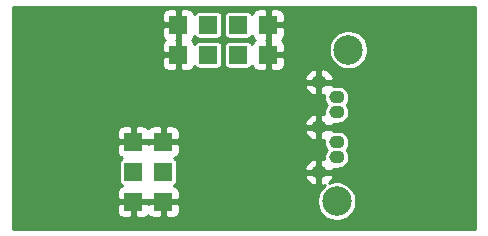
<source format=gbr>
G04 #@! TF.GenerationSoftware,KiCad,Pcbnew,(6.0.0-rc1-dev-1606-g4cd41e394)*
G04 #@! TF.CreationDate,2019-02-20T17:35:37+01:00
G04 #@! TF.ProjectId,TTLLVDS01A,54544c4c-5644-4533-9031-412e6b696361,REV*
G04 #@! TF.SameCoordinates,Original*
G04 #@! TF.FileFunction,Copper,L1,Top*
G04 #@! TF.FilePolarity,Positive*
%FSLAX46Y46*%
G04 Gerber Fmt 4.6, Leading zero omitted, Abs format (unit mm)*
G04 Created by KiCad (PCBNEW (6.0.0-rc1-dev-1606-g4cd41e394)) date 20.02.2019 17:35:37*
%MOMM*%
%LPD*%
G04 APERTURE LIST*
%ADD10R,1.524000X1.524000*%
%ADD11O,1.300000X1.100000*%
%ADD12C,2.500000*%
%ADD13C,6.000000*%
%ADD14C,0.800000*%
%ADD15C,0.254000*%
G04 APERTURE END LIST*
D10*
X10922000Y8128000D03*
X13462000Y8128000D03*
X10922000Y5588000D03*
X13462000Y5588000D03*
X10922000Y3048000D03*
X13462000Y3048000D03*
X19812000Y18034000D03*
X19812000Y15494000D03*
X14732000Y18034000D03*
X14732000Y15494000D03*
X17272000Y15494000D03*
X17272000Y18034000D03*
X22352000Y18034000D03*
X22352000Y15494000D03*
D11*
X26644600Y5562600D03*
X26644600Y9372600D03*
X26644600Y13182600D03*
X28144600Y11912600D03*
X28144600Y10642600D03*
X28144600Y8102600D03*
D12*
X29144600Y15932600D03*
D11*
X28144600Y6832600D03*
D12*
X28144600Y3102600D03*
D13*
X35560000Y15240000D03*
X5080000Y5080000D03*
X5080000Y15240000D03*
X35560000Y5080000D03*
D14*
X15621000Y13081000D03*
X15621000Y12065000D03*
X15621000Y11049000D03*
X22225000Y13208000D03*
X22225000Y12192000D03*
X22225000Y11176000D03*
X20320000Y3556000D03*
X21463000Y3556000D03*
X22479000Y3556000D03*
D15*
G36*
X39884000Y756000D02*
G01*
X756000Y756000D01*
X756000Y2762250D01*
X9525000Y2762250D01*
X9525000Y2223458D01*
X9549403Y2100777D01*
X9597270Y1985215D01*
X9666763Y1881211D01*
X9755211Y1792763D01*
X9859215Y1723270D01*
X9974777Y1675403D01*
X10097458Y1651000D01*
X10636250Y1651000D01*
X10795000Y1809750D01*
X10795000Y2921000D01*
X11049000Y2921000D01*
X11049000Y1809750D01*
X11207750Y1651000D01*
X11746542Y1651000D01*
X11869223Y1675403D01*
X11984785Y1723270D01*
X12088789Y1792763D01*
X12177237Y1881211D01*
X12192000Y1903305D01*
X12206763Y1881211D01*
X12295211Y1792763D01*
X12399215Y1723270D01*
X12514777Y1675403D01*
X12637458Y1651000D01*
X13176250Y1651000D01*
X13335000Y1809750D01*
X13335000Y2921000D01*
X13589000Y2921000D01*
X13589000Y1809750D01*
X13747750Y1651000D01*
X14286542Y1651000D01*
X14409223Y1675403D01*
X14524785Y1723270D01*
X14628789Y1792763D01*
X14717237Y1881211D01*
X14786730Y1985215D01*
X14834597Y2100777D01*
X14859000Y2223458D01*
X14859000Y2762250D01*
X14700250Y2921000D01*
X13589000Y2921000D01*
X13335000Y2921000D01*
X12223750Y2921000D01*
X12192000Y2889250D01*
X12160250Y2921000D01*
X11049000Y2921000D01*
X10795000Y2921000D01*
X9683750Y2921000D01*
X9525000Y2762250D01*
X756000Y2762250D01*
X756000Y7842250D01*
X9525000Y7842250D01*
X9525000Y7303458D01*
X9549403Y7180777D01*
X9597270Y7065215D01*
X9666763Y6961211D01*
X9755211Y6872763D01*
X9859215Y6803270D01*
X9974777Y6755403D01*
X10005391Y6749313D01*
X9995804Y6746405D01*
X9921624Y6706755D01*
X9856605Y6653395D01*
X9803245Y6588376D01*
X9763595Y6514196D01*
X9739178Y6433707D01*
X9730934Y6350000D01*
X9730934Y4826000D01*
X9739178Y4742293D01*
X9763595Y4661804D01*
X9803245Y4587624D01*
X9856605Y4522605D01*
X9921624Y4469245D01*
X9995804Y4429595D01*
X10005391Y4426687D01*
X9974777Y4420597D01*
X9859215Y4372730D01*
X9755211Y4303237D01*
X9666763Y4214789D01*
X9597270Y4110785D01*
X9549403Y3995223D01*
X9525000Y3872542D01*
X9525000Y3333750D01*
X9683750Y3175000D01*
X10795000Y3175000D01*
X10795000Y3195000D01*
X11049000Y3195000D01*
X11049000Y3175000D01*
X12160250Y3175000D01*
X12192000Y3206750D01*
X12223750Y3175000D01*
X13335000Y3175000D01*
X13335000Y3195000D01*
X13589000Y3195000D01*
X13589000Y3175000D01*
X14700250Y3175000D01*
X14793020Y3267770D01*
X26467600Y3267770D01*
X26467600Y2937430D01*
X26532046Y2613437D01*
X26658462Y2308243D01*
X26841989Y2033575D01*
X27075575Y1799989D01*
X27350243Y1616462D01*
X27655437Y1490046D01*
X27979430Y1425600D01*
X28309770Y1425600D01*
X28633763Y1490046D01*
X28938957Y1616462D01*
X29213625Y1799989D01*
X29447211Y2033575D01*
X29630738Y2308243D01*
X29757154Y2613437D01*
X29821600Y2937430D01*
X29821600Y3267770D01*
X29757154Y3591763D01*
X29630738Y3896957D01*
X29447211Y4171625D01*
X29213625Y4405211D01*
X28938957Y4588738D01*
X28633763Y4715154D01*
X28309770Y4779600D01*
X27979430Y4779600D01*
X27655437Y4715154D01*
X27480937Y4642873D01*
X27567823Y4711817D01*
X27717985Y4888767D01*
X27830740Y5091613D01*
X27888403Y5252856D01*
X27762961Y5435600D01*
X26771600Y5435600D01*
X26771600Y4537796D01*
X26956416Y4397841D01*
X27145196Y4451730D01*
X27075575Y4405211D01*
X26841989Y4171625D01*
X26658462Y3896957D01*
X26532046Y3591763D01*
X26467600Y3267770D01*
X14793020Y3267770D01*
X14859000Y3333750D01*
X14859000Y3872542D01*
X14834597Y3995223D01*
X14786730Y4110785D01*
X14717237Y4214789D01*
X14628789Y4303237D01*
X14524785Y4372730D01*
X14409223Y4420597D01*
X14378609Y4426687D01*
X14388196Y4429595D01*
X14462376Y4469245D01*
X14527395Y4522605D01*
X14580755Y4587624D01*
X14620405Y4661804D01*
X14644822Y4742293D01*
X14653066Y4826000D01*
X14653066Y5252856D01*
X25400797Y5252856D01*
X25458460Y5091613D01*
X25571215Y4888767D01*
X25721377Y4711817D01*
X25903174Y4567562D01*
X26109621Y4461545D01*
X26332784Y4397841D01*
X26517600Y4537796D01*
X26517600Y5435600D01*
X25526239Y5435600D01*
X25400797Y5252856D01*
X14653066Y5252856D01*
X14653066Y5872344D01*
X25400797Y5872344D01*
X25526239Y5689600D01*
X26517600Y5689600D01*
X26517600Y6587404D01*
X26332784Y6727359D01*
X26109621Y6663655D01*
X25903174Y6557638D01*
X25721377Y6413383D01*
X25571215Y6236433D01*
X25458460Y6033587D01*
X25400797Y5872344D01*
X14653066Y5872344D01*
X14653066Y6350000D01*
X14644822Y6433707D01*
X14620405Y6514196D01*
X14580755Y6588376D01*
X14527395Y6653395D01*
X14462376Y6706755D01*
X14388196Y6746405D01*
X14378609Y6749313D01*
X14409223Y6755403D01*
X14524785Y6803270D01*
X14628789Y6872763D01*
X14717237Y6961211D01*
X14786730Y7065215D01*
X14834597Y7180777D01*
X14859000Y7303458D01*
X14859000Y7842250D01*
X14700250Y8001000D01*
X13589000Y8001000D01*
X13589000Y7981000D01*
X13335000Y7981000D01*
X13335000Y8001000D01*
X12223750Y8001000D01*
X12192000Y7969250D01*
X12160250Y8001000D01*
X11049000Y8001000D01*
X11049000Y7981000D01*
X10795000Y7981000D01*
X10795000Y8001000D01*
X9683750Y8001000D01*
X9525000Y7842250D01*
X756000Y7842250D01*
X756000Y8952542D01*
X9525000Y8952542D01*
X9525000Y8413750D01*
X9683750Y8255000D01*
X10795000Y8255000D01*
X10795000Y9366250D01*
X11049000Y9366250D01*
X11049000Y8255000D01*
X12160250Y8255000D01*
X12192000Y8286750D01*
X12223750Y8255000D01*
X13335000Y8255000D01*
X13335000Y9366250D01*
X13589000Y9366250D01*
X13589000Y8255000D01*
X14700250Y8255000D01*
X14859000Y8413750D01*
X14859000Y8952542D01*
X14837057Y9062856D01*
X25400797Y9062856D01*
X25458460Y8901613D01*
X25571215Y8698767D01*
X25721377Y8521817D01*
X25903174Y8377562D01*
X26109621Y8271545D01*
X26332784Y8207841D01*
X26517600Y8347796D01*
X26517600Y9245600D01*
X26771600Y9245600D01*
X26771600Y8347796D01*
X26956416Y8207841D01*
X27076618Y8242154D01*
X27062873Y8102600D01*
X27081737Y7911075D01*
X27137603Y7726909D01*
X27228324Y7557182D01*
X27301842Y7467600D01*
X27228324Y7378018D01*
X27137603Y7208291D01*
X27081737Y7024125D01*
X27062873Y6832600D01*
X27076618Y6693046D01*
X26956416Y6727359D01*
X26771600Y6587404D01*
X26771600Y5689600D01*
X27762961Y5689600D01*
X27884490Y5866643D01*
X27996607Y5855600D01*
X28292593Y5855600D01*
X28436125Y5869737D01*
X28620291Y5925603D01*
X28790018Y6016324D01*
X28938786Y6138414D01*
X29060876Y6287182D01*
X29151597Y6456909D01*
X29207463Y6641075D01*
X29226327Y6832600D01*
X29207463Y7024125D01*
X29151597Y7208291D01*
X29060876Y7378018D01*
X28987358Y7467600D01*
X29060876Y7557182D01*
X29151597Y7726909D01*
X29207463Y7911075D01*
X29226327Y8102600D01*
X29207463Y8294125D01*
X29151597Y8478291D01*
X29060876Y8648018D01*
X28938786Y8796786D01*
X28790018Y8918876D01*
X28620291Y9009597D01*
X28436125Y9065463D01*
X28292593Y9079600D01*
X27996607Y9079600D01*
X27884490Y9068557D01*
X27762961Y9245600D01*
X26771600Y9245600D01*
X26517600Y9245600D01*
X25526239Y9245600D01*
X25400797Y9062856D01*
X14837057Y9062856D01*
X14834597Y9075223D01*
X14786730Y9190785D01*
X14717237Y9294789D01*
X14628789Y9383237D01*
X14524785Y9452730D01*
X14409223Y9500597D01*
X14286542Y9525000D01*
X13747750Y9525000D01*
X13589000Y9366250D01*
X13335000Y9366250D01*
X13176250Y9525000D01*
X12637458Y9525000D01*
X12514777Y9500597D01*
X12399215Y9452730D01*
X12295211Y9383237D01*
X12206763Y9294789D01*
X12192000Y9272695D01*
X12177237Y9294789D01*
X12088789Y9383237D01*
X11984785Y9452730D01*
X11869223Y9500597D01*
X11746542Y9525000D01*
X11207750Y9525000D01*
X11049000Y9366250D01*
X10795000Y9366250D01*
X10636250Y9525000D01*
X10097458Y9525000D01*
X9974777Y9500597D01*
X9859215Y9452730D01*
X9755211Y9383237D01*
X9666763Y9294789D01*
X9597270Y9190785D01*
X9549403Y9075223D01*
X9525000Y8952542D01*
X756000Y8952542D01*
X756000Y9682344D01*
X25400797Y9682344D01*
X25526239Y9499600D01*
X26517600Y9499600D01*
X26517600Y10397404D01*
X26332784Y10537359D01*
X26109621Y10473655D01*
X25903174Y10367638D01*
X25721377Y10223383D01*
X25571215Y10046433D01*
X25458460Y9843587D01*
X25400797Y9682344D01*
X756000Y9682344D01*
X756000Y12872856D01*
X25400797Y12872856D01*
X25458460Y12711613D01*
X25571215Y12508767D01*
X25721377Y12331817D01*
X25903174Y12187562D01*
X26109621Y12081545D01*
X26332784Y12017841D01*
X26517600Y12157796D01*
X26517600Y13055600D01*
X26771600Y13055600D01*
X26771600Y12157796D01*
X26956416Y12017841D01*
X27076618Y12052154D01*
X27062873Y11912600D01*
X27081737Y11721075D01*
X27137603Y11536909D01*
X27228324Y11367182D01*
X27301842Y11277600D01*
X27228324Y11188018D01*
X27137603Y11018291D01*
X27081737Y10834125D01*
X27062873Y10642600D01*
X27076618Y10503046D01*
X26956416Y10537359D01*
X26771600Y10397404D01*
X26771600Y9499600D01*
X27762961Y9499600D01*
X27884490Y9676643D01*
X27996607Y9665600D01*
X28292593Y9665600D01*
X28436125Y9679737D01*
X28620291Y9735603D01*
X28790018Y9826324D01*
X28938786Y9948414D01*
X29060876Y10097182D01*
X29151597Y10266909D01*
X29207463Y10451075D01*
X29226327Y10642600D01*
X29207463Y10834125D01*
X29151597Y11018291D01*
X29060876Y11188018D01*
X28987358Y11277600D01*
X29060876Y11367182D01*
X29151597Y11536909D01*
X29207463Y11721075D01*
X29226327Y11912600D01*
X29207463Y12104125D01*
X29151597Y12288291D01*
X29060876Y12458018D01*
X28938786Y12606786D01*
X28790018Y12728876D01*
X28620291Y12819597D01*
X28436125Y12875463D01*
X28292593Y12889600D01*
X27996607Y12889600D01*
X27884490Y12878557D01*
X27762961Y13055600D01*
X26771600Y13055600D01*
X26517600Y13055600D01*
X25526239Y13055600D01*
X25400797Y12872856D01*
X756000Y12872856D01*
X756000Y13492344D01*
X25400797Y13492344D01*
X25526239Y13309600D01*
X26517600Y13309600D01*
X26517600Y14207404D01*
X26771600Y14207404D01*
X26771600Y13309600D01*
X27762961Y13309600D01*
X27888403Y13492344D01*
X27830740Y13653587D01*
X27717985Y13856433D01*
X27567823Y14033383D01*
X27386026Y14177638D01*
X27179579Y14283655D01*
X26956416Y14347359D01*
X26771600Y14207404D01*
X26517600Y14207404D01*
X26332784Y14347359D01*
X26109621Y14283655D01*
X25903174Y14177638D01*
X25721377Y14033383D01*
X25571215Y13856433D01*
X25458460Y13653587D01*
X25400797Y13492344D01*
X756000Y13492344D01*
X756000Y15208250D01*
X13335000Y15208250D01*
X13335000Y14669458D01*
X13359403Y14546777D01*
X13407270Y14431215D01*
X13476763Y14327211D01*
X13565211Y14238763D01*
X13669215Y14169270D01*
X13784777Y14121403D01*
X13907458Y14097000D01*
X14446250Y14097000D01*
X14605000Y14255750D01*
X14605000Y15367000D01*
X13493750Y15367000D01*
X13335000Y15208250D01*
X756000Y15208250D01*
X756000Y17748250D01*
X13335000Y17748250D01*
X13335000Y17209458D01*
X13359403Y17086777D01*
X13407270Y16971215D01*
X13476763Y16867211D01*
X13565211Y16778763D01*
X13587305Y16764000D01*
X13565211Y16749237D01*
X13476763Y16660789D01*
X13407270Y16556785D01*
X13359403Y16441223D01*
X13335000Y16318542D01*
X13335000Y15779750D01*
X13493750Y15621000D01*
X14605000Y15621000D01*
X14605000Y16732250D01*
X14573250Y16764000D01*
X14605000Y16795750D01*
X14605000Y17907000D01*
X13493750Y17907000D01*
X13335000Y17748250D01*
X756000Y17748250D01*
X756000Y18858542D01*
X13335000Y18858542D01*
X13335000Y18319750D01*
X13493750Y18161000D01*
X14605000Y18161000D01*
X14605000Y19272250D01*
X14859000Y19272250D01*
X14859000Y18161000D01*
X14879000Y18161000D01*
X14879000Y17907000D01*
X14859000Y17907000D01*
X14859000Y16795750D01*
X14890750Y16764000D01*
X14859000Y16732250D01*
X14859000Y15621000D01*
X14879000Y15621000D01*
X14879000Y15367000D01*
X14859000Y15367000D01*
X14859000Y14255750D01*
X15017750Y14097000D01*
X15556542Y14097000D01*
X15679223Y14121403D01*
X15794785Y14169270D01*
X15898789Y14238763D01*
X15987237Y14327211D01*
X16056730Y14431215D01*
X16104597Y14546777D01*
X16110687Y14577391D01*
X16113595Y14567804D01*
X16153245Y14493624D01*
X16206605Y14428605D01*
X16271624Y14375245D01*
X16345804Y14335595D01*
X16426293Y14311178D01*
X16510000Y14302934D01*
X18034000Y14302934D01*
X18117707Y14311178D01*
X18198196Y14335595D01*
X18272376Y14375245D01*
X18337395Y14428605D01*
X18390755Y14493624D01*
X18430405Y14567804D01*
X18454822Y14648293D01*
X18463066Y14732000D01*
X18463066Y16256000D01*
X18454822Y16339707D01*
X18430405Y16420196D01*
X18390755Y16494376D01*
X18337395Y16559395D01*
X18272376Y16612755D01*
X18198196Y16652405D01*
X18117707Y16676822D01*
X18034000Y16685066D01*
X16510000Y16685066D01*
X16426293Y16676822D01*
X16345804Y16652405D01*
X16271624Y16612755D01*
X16206605Y16559395D01*
X16153245Y16494376D01*
X16113595Y16420196D01*
X16110687Y16410609D01*
X16104597Y16441223D01*
X16056730Y16556785D01*
X15987237Y16660789D01*
X15898789Y16749237D01*
X15876695Y16764000D01*
X15898789Y16778763D01*
X15987237Y16867211D01*
X16056730Y16971215D01*
X16104597Y17086777D01*
X16110687Y17117391D01*
X16113595Y17107804D01*
X16153245Y17033624D01*
X16206605Y16968605D01*
X16271624Y16915245D01*
X16345804Y16875595D01*
X16426293Y16851178D01*
X16510000Y16842934D01*
X18034000Y16842934D01*
X18117707Y16851178D01*
X18198196Y16875595D01*
X18272376Y16915245D01*
X18337395Y16968605D01*
X18390755Y17033624D01*
X18430405Y17107804D01*
X18454822Y17188293D01*
X18463066Y17272000D01*
X18463066Y18796000D01*
X18620934Y18796000D01*
X18620934Y17272000D01*
X18629178Y17188293D01*
X18653595Y17107804D01*
X18693245Y17033624D01*
X18746605Y16968605D01*
X18811624Y16915245D01*
X18885804Y16875595D01*
X18966293Y16851178D01*
X19050000Y16842934D01*
X20574000Y16842934D01*
X20657707Y16851178D01*
X20738196Y16875595D01*
X20812376Y16915245D01*
X20877395Y16968605D01*
X20930755Y17033624D01*
X20970405Y17107804D01*
X20973313Y17117391D01*
X20979403Y17086777D01*
X21027270Y16971215D01*
X21096763Y16867211D01*
X21185211Y16778763D01*
X21207305Y16764000D01*
X21185211Y16749237D01*
X21096763Y16660789D01*
X21027270Y16556785D01*
X20979403Y16441223D01*
X20973313Y16410609D01*
X20970405Y16420196D01*
X20930755Y16494376D01*
X20877395Y16559395D01*
X20812376Y16612755D01*
X20738196Y16652405D01*
X20657707Y16676822D01*
X20574000Y16685066D01*
X19050000Y16685066D01*
X18966293Y16676822D01*
X18885804Y16652405D01*
X18811624Y16612755D01*
X18746605Y16559395D01*
X18693245Y16494376D01*
X18653595Y16420196D01*
X18629178Y16339707D01*
X18620934Y16256000D01*
X18620934Y14732000D01*
X18629178Y14648293D01*
X18653595Y14567804D01*
X18693245Y14493624D01*
X18746605Y14428605D01*
X18811624Y14375245D01*
X18885804Y14335595D01*
X18966293Y14311178D01*
X19050000Y14302934D01*
X20574000Y14302934D01*
X20657707Y14311178D01*
X20738196Y14335595D01*
X20812376Y14375245D01*
X20877395Y14428605D01*
X20930755Y14493624D01*
X20970405Y14567804D01*
X20973313Y14577391D01*
X20979403Y14546777D01*
X21027270Y14431215D01*
X21096763Y14327211D01*
X21185211Y14238763D01*
X21289215Y14169270D01*
X21404777Y14121403D01*
X21527458Y14097000D01*
X22066250Y14097000D01*
X22225000Y14255750D01*
X22225000Y15367000D01*
X22479000Y15367000D01*
X22479000Y14255750D01*
X22637750Y14097000D01*
X23176542Y14097000D01*
X23299223Y14121403D01*
X23414785Y14169270D01*
X23518789Y14238763D01*
X23607237Y14327211D01*
X23676730Y14431215D01*
X23724597Y14546777D01*
X23749000Y14669458D01*
X23749000Y15208250D01*
X23590250Y15367000D01*
X22479000Y15367000D01*
X22225000Y15367000D01*
X22205000Y15367000D01*
X22205000Y15621000D01*
X22225000Y15621000D01*
X22225000Y16732250D01*
X22193250Y16764000D01*
X22225000Y16795750D01*
X22225000Y17907000D01*
X22479000Y17907000D01*
X22479000Y16795750D01*
X22510750Y16764000D01*
X22479000Y16732250D01*
X22479000Y15621000D01*
X23590250Y15621000D01*
X23749000Y15779750D01*
X23749000Y16097770D01*
X27467600Y16097770D01*
X27467600Y15767430D01*
X27532046Y15443437D01*
X27658462Y15138243D01*
X27841989Y14863575D01*
X28075575Y14629989D01*
X28350243Y14446462D01*
X28655437Y14320046D01*
X28979430Y14255600D01*
X29309770Y14255600D01*
X29633763Y14320046D01*
X29938957Y14446462D01*
X30213625Y14629989D01*
X30447211Y14863575D01*
X30630738Y15138243D01*
X30757154Y15443437D01*
X30821600Y15767430D01*
X30821600Y16097770D01*
X30757154Y16421763D01*
X30630738Y16726957D01*
X30447211Y17001625D01*
X30213625Y17235211D01*
X29938957Y17418738D01*
X29633763Y17545154D01*
X29309770Y17609600D01*
X28979430Y17609600D01*
X28655437Y17545154D01*
X28350243Y17418738D01*
X28075575Y17235211D01*
X27841989Y17001625D01*
X27658462Y16726957D01*
X27532046Y16421763D01*
X27467600Y16097770D01*
X23749000Y16097770D01*
X23749000Y16318542D01*
X23724597Y16441223D01*
X23676730Y16556785D01*
X23607237Y16660789D01*
X23518789Y16749237D01*
X23496695Y16764000D01*
X23518789Y16778763D01*
X23607237Y16867211D01*
X23676730Y16971215D01*
X23724597Y17086777D01*
X23749000Y17209458D01*
X23749000Y17748250D01*
X23590250Y17907000D01*
X22479000Y17907000D01*
X22225000Y17907000D01*
X22205000Y17907000D01*
X22205000Y18161000D01*
X22225000Y18161000D01*
X22225000Y19272250D01*
X22479000Y19272250D01*
X22479000Y18161000D01*
X23590250Y18161000D01*
X23749000Y18319750D01*
X23749000Y18858542D01*
X23724597Y18981223D01*
X23676730Y19096785D01*
X23607237Y19200789D01*
X23518789Y19289237D01*
X23414785Y19358730D01*
X23299223Y19406597D01*
X23176542Y19431000D01*
X22637750Y19431000D01*
X22479000Y19272250D01*
X22225000Y19272250D01*
X22066250Y19431000D01*
X21527458Y19431000D01*
X21404777Y19406597D01*
X21289215Y19358730D01*
X21185211Y19289237D01*
X21096763Y19200789D01*
X21027270Y19096785D01*
X20979403Y18981223D01*
X20973313Y18950609D01*
X20970405Y18960196D01*
X20930755Y19034376D01*
X20877395Y19099395D01*
X20812376Y19152755D01*
X20738196Y19192405D01*
X20657707Y19216822D01*
X20574000Y19225066D01*
X19050000Y19225066D01*
X18966293Y19216822D01*
X18885804Y19192405D01*
X18811624Y19152755D01*
X18746605Y19099395D01*
X18693245Y19034376D01*
X18653595Y18960196D01*
X18629178Y18879707D01*
X18620934Y18796000D01*
X18463066Y18796000D01*
X18454822Y18879707D01*
X18430405Y18960196D01*
X18390755Y19034376D01*
X18337395Y19099395D01*
X18272376Y19152755D01*
X18198196Y19192405D01*
X18117707Y19216822D01*
X18034000Y19225066D01*
X16510000Y19225066D01*
X16426293Y19216822D01*
X16345804Y19192405D01*
X16271624Y19152755D01*
X16206605Y19099395D01*
X16153245Y19034376D01*
X16113595Y18960196D01*
X16110687Y18950609D01*
X16104597Y18981223D01*
X16056730Y19096785D01*
X15987237Y19200789D01*
X15898789Y19289237D01*
X15794785Y19358730D01*
X15679223Y19406597D01*
X15556542Y19431000D01*
X15017750Y19431000D01*
X14859000Y19272250D01*
X14605000Y19272250D01*
X14446250Y19431000D01*
X13907458Y19431000D01*
X13784777Y19406597D01*
X13669215Y19358730D01*
X13565211Y19289237D01*
X13476763Y19200789D01*
X13407270Y19096785D01*
X13359403Y18981223D01*
X13335000Y18858542D01*
X756000Y18858542D01*
X756000Y19564000D01*
X39884001Y19564000D01*
X39884000Y756000D01*
X39884000Y756000D01*
G37*
X39884000Y756000D02*
X756000Y756000D01*
X756000Y2762250D01*
X9525000Y2762250D01*
X9525000Y2223458D01*
X9549403Y2100777D01*
X9597270Y1985215D01*
X9666763Y1881211D01*
X9755211Y1792763D01*
X9859215Y1723270D01*
X9974777Y1675403D01*
X10097458Y1651000D01*
X10636250Y1651000D01*
X10795000Y1809750D01*
X10795000Y2921000D01*
X11049000Y2921000D01*
X11049000Y1809750D01*
X11207750Y1651000D01*
X11746542Y1651000D01*
X11869223Y1675403D01*
X11984785Y1723270D01*
X12088789Y1792763D01*
X12177237Y1881211D01*
X12192000Y1903305D01*
X12206763Y1881211D01*
X12295211Y1792763D01*
X12399215Y1723270D01*
X12514777Y1675403D01*
X12637458Y1651000D01*
X13176250Y1651000D01*
X13335000Y1809750D01*
X13335000Y2921000D01*
X13589000Y2921000D01*
X13589000Y1809750D01*
X13747750Y1651000D01*
X14286542Y1651000D01*
X14409223Y1675403D01*
X14524785Y1723270D01*
X14628789Y1792763D01*
X14717237Y1881211D01*
X14786730Y1985215D01*
X14834597Y2100777D01*
X14859000Y2223458D01*
X14859000Y2762250D01*
X14700250Y2921000D01*
X13589000Y2921000D01*
X13335000Y2921000D01*
X12223750Y2921000D01*
X12192000Y2889250D01*
X12160250Y2921000D01*
X11049000Y2921000D01*
X10795000Y2921000D01*
X9683750Y2921000D01*
X9525000Y2762250D01*
X756000Y2762250D01*
X756000Y7842250D01*
X9525000Y7842250D01*
X9525000Y7303458D01*
X9549403Y7180777D01*
X9597270Y7065215D01*
X9666763Y6961211D01*
X9755211Y6872763D01*
X9859215Y6803270D01*
X9974777Y6755403D01*
X10005391Y6749313D01*
X9995804Y6746405D01*
X9921624Y6706755D01*
X9856605Y6653395D01*
X9803245Y6588376D01*
X9763595Y6514196D01*
X9739178Y6433707D01*
X9730934Y6350000D01*
X9730934Y4826000D01*
X9739178Y4742293D01*
X9763595Y4661804D01*
X9803245Y4587624D01*
X9856605Y4522605D01*
X9921624Y4469245D01*
X9995804Y4429595D01*
X10005391Y4426687D01*
X9974777Y4420597D01*
X9859215Y4372730D01*
X9755211Y4303237D01*
X9666763Y4214789D01*
X9597270Y4110785D01*
X9549403Y3995223D01*
X9525000Y3872542D01*
X9525000Y3333750D01*
X9683750Y3175000D01*
X10795000Y3175000D01*
X10795000Y3195000D01*
X11049000Y3195000D01*
X11049000Y3175000D01*
X12160250Y3175000D01*
X12192000Y3206750D01*
X12223750Y3175000D01*
X13335000Y3175000D01*
X13335000Y3195000D01*
X13589000Y3195000D01*
X13589000Y3175000D01*
X14700250Y3175000D01*
X14793020Y3267770D01*
X26467600Y3267770D01*
X26467600Y2937430D01*
X26532046Y2613437D01*
X26658462Y2308243D01*
X26841989Y2033575D01*
X27075575Y1799989D01*
X27350243Y1616462D01*
X27655437Y1490046D01*
X27979430Y1425600D01*
X28309770Y1425600D01*
X28633763Y1490046D01*
X28938957Y1616462D01*
X29213625Y1799989D01*
X29447211Y2033575D01*
X29630738Y2308243D01*
X29757154Y2613437D01*
X29821600Y2937430D01*
X29821600Y3267770D01*
X29757154Y3591763D01*
X29630738Y3896957D01*
X29447211Y4171625D01*
X29213625Y4405211D01*
X28938957Y4588738D01*
X28633763Y4715154D01*
X28309770Y4779600D01*
X27979430Y4779600D01*
X27655437Y4715154D01*
X27480937Y4642873D01*
X27567823Y4711817D01*
X27717985Y4888767D01*
X27830740Y5091613D01*
X27888403Y5252856D01*
X27762961Y5435600D01*
X26771600Y5435600D01*
X26771600Y4537796D01*
X26956416Y4397841D01*
X27145196Y4451730D01*
X27075575Y4405211D01*
X26841989Y4171625D01*
X26658462Y3896957D01*
X26532046Y3591763D01*
X26467600Y3267770D01*
X14793020Y3267770D01*
X14859000Y3333750D01*
X14859000Y3872542D01*
X14834597Y3995223D01*
X14786730Y4110785D01*
X14717237Y4214789D01*
X14628789Y4303237D01*
X14524785Y4372730D01*
X14409223Y4420597D01*
X14378609Y4426687D01*
X14388196Y4429595D01*
X14462376Y4469245D01*
X14527395Y4522605D01*
X14580755Y4587624D01*
X14620405Y4661804D01*
X14644822Y4742293D01*
X14653066Y4826000D01*
X14653066Y5252856D01*
X25400797Y5252856D01*
X25458460Y5091613D01*
X25571215Y4888767D01*
X25721377Y4711817D01*
X25903174Y4567562D01*
X26109621Y4461545D01*
X26332784Y4397841D01*
X26517600Y4537796D01*
X26517600Y5435600D01*
X25526239Y5435600D01*
X25400797Y5252856D01*
X14653066Y5252856D01*
X14653066Y5872344D01*
X25400797Y5872344D01*
X25526239Y5689600D01*
X26517600Y5689600D01*
X26517600Y6587404D01*
X26332784Y6727359D01*
X26109621Y6663655D01*
X25903174Y6557638D01*
X25721377Y6413383D01*
X25571215Y6236433D01*
X25458460Y6033587D01*
X25400797Y5872344D01*
X14653066Y5872344D01*
X14653066Y6350000D01*
X14644822Y6433707D01*
X14620405Y6514196D01*
X14580755Y6588376D01*
X14527395Y6653395D01*
X14462376Y6706755D01*
X14388196Y6746405D01*
X14378609Y6749313D01*
X14409223Y6755403D01*
X14524785Y6803270D01*
X14628789Y6872763D01*
X14717237Y6961211D01*
X14786730Y7065215D01*
X14834597Y7180777D01*
X14859000Y7303458D01*
X14859000Y7842250D01*
X14700250Y8001000D01*
X13589000Y8001000D01*
X13589000Y7981000D01*
X13335000Y7981000D01*
X13335000Y8001000D01*
X12223750Y8001000D01*
X12192000Y7969250D01*
X12160250Y8001000D01*
X11049000Y8001000D01*
X11049000Y7981000D01*
X10795000Y7981000D01*
X10795000Y8001000D01*
X9683750Y8001000D01*
X9525000Y7842250D01*
X756000Y7842250D01*
X756000Y8952542D01*
X9525000Y8952542D01*
X9525000Y8413750D01*
X9683750Y8255000D01*
X10795000Y8255000D01*
X10795000Y9366250D01*
X11049000Y9366250D01*
X11049000Y8255000D01*
X12160250Y8255000D01*
X12192000Y8286750D01*
X12223750Y8255000D01*
X13335000Y8255000D01*
X13335000Y9366250D01*
X13589000Y9366250D01*
X13589000Y8255000D01*
X14700250Y8255000D01*
X14859000Y8413750D01*
X14859000Y8952542D01*
X14837057Y9062856D01*
X25400797Y9062856D01*
X25458460Y8901613D01*
X25571215Y8698767D01*
X25721377Y8521817D01*
X25903174Y8377562D01*
X26109621Y8271545D01*
X26332784Y8207841D01*
X26517600Y8347796D01*
X26517600Y9245600D01*
X26771600Y9245600D01*
X26771600Y8347796D01*
X26956416Y8207841D01*
X27076618Y8242154D01*
X27062873Y8102600D01*
X27081737Y7911075D01*
X27137603Y7726909D01*
X27228324Y7557182D01*
X27301842Y7467600D01*
X27228324Y7378018D01*
X27137603Y7208291D01*
X27081737Y7024125D01*
X27062873Y6832600D01*
X27076618Y6693046D01*
X26956416Y6727359D01*
X26771600Y6587404D01*
X26771600Y5689600D01*
X27762961Y5689600D01*
X27884490Y5866643D01*
X27996607Y5855600D01*
X28292593Y5855600D01*
X28436125Y5869737D01*
X28620291Y5925603D01*
X28790018Y6016324D01*
X28938786Y6138414D01*
X29060876Y6287182D01*
X29151597Y6456909D01*
X29207463Y6641075D01*
X29226327Y6832600D01*
X29207463Y7024125D01*
X29151597Y7208291D01*
X29060876Y7378018D01*
X28987358Y7467600D01*
X29060876Y7557182D01*
X29151597Y7726909D01*
X29207463Y7911075D01*
X29226327Y8102600D01*
X29207463Y8294125D01*
X29151597Y8478291D01*
X29060876Y8648018D01*
X28938786Y8796786D01*
X28790018Y8918876D01*
X28620291Y9009597D01*
X28436125Y9065463D01*
X28292593Y9079600D01*
X27996607Y9079600D01*
X27884490Y9068557D01*
X27762961Y9245600D01*
X26771600Y9245600D01*
X26517600Y9245600D01*
X25526239Y9245600D01*
X25400797Y9062856D01*
X14837057Y9062856D01*
X14834597Y9075223D01*
X14786730Y9190785D01*
X14717237Y9294789D01*
X14628789Y9383237D01*
X14524785Y9452730D01*
X14409223Y9500597D01*
X14286542Y9525000D01*
X13747750Y9525000D01*
X13589000Y9366250D01*
X13335000Y9366250D01*
X13176250Y9525000D01*
X12637458Y9525000D01*
X12514777Y9500597D01*
X12399215Y9452730D01*
X12295211Y9383237D01*
X12206763Y9294789D01*
X12192000Y9272695D01*
X12177237Y9294789D01*
X12088789Y9383237D01*
X11984785Y9452730D01*
X11869223Y9500597D01*
X11746542Y9525000D01*
X11207750Y9525000D01*
X11049000Y9366250D01*
X10795000Y9366250D01*
X10636250Y9525000D01*
X10097458Y9525000D01*
X9974777Y9500597D01*
X9859215Y9452730D01*
X9755211Y9383237D01*
X9666763Y9294789D01*
X9597270Y9190785D01*
X9549403Y9075223D01*
X9525000Y8952542D01*
X756000Y8952542D01*
X756000Y9682344D01*
X25400797Y9682344D01*
X25526239Y9499600D01*
X26517600Y9499600D01*
X26517600Y10397404D01*
X26332784Y10537359D01*
X26109621Y10473655D01*
X25903174Y10367638D01*
X25721377Y10223383D01*
X25571215Y10046433D01*
X25458460Y9843587D01*
X25400797Y9682344D01*
X756000Y9682344D01*
X756000Y12872856D01*
X25400797Y12872856D01*
X25458460Y12711613D01*
X25571215Y12508767D01*
X25721377Y12331817D01*
X25903174Y12187562D01*
X26109621Y12081545D01*
X26332784Y12017841D01*
X26517600Y12157796D01*
X26517600Y13055600D01*
X26771600Y13055600D01*
X26771600Y12157796D01*
X26956416Y12017841D01*
X27076618Y12052154D01*
X27062873Y11912600D01*
X27081737Y11721075D01*
X27137603Y11536909D01*
X27228324Y11367182D01*
X27301842Y11277600D01*
X27228324Y11188018D01*
X27137603Y11018291D01*
X27081737Y10834125D01*
X27062873Y10642600D01*
X27076618Y10503046D01*
X26956416Y10537359D01*
X26771600Y10397404D01*
X26771600Y9499600D01*
X27762961Y9499600D01*
X27884490Y9676643D01*
X27996607Y9665600D01*
X28292593Y9665600D01*
X28436125Y9679737D01*
X28620291Y9735603D01*
X28790018Y9826324D01*
X28938786Y9948414D01*
X29060876Y10097182D01*
X29151597Y10266909D01*
X29207463Y10451075D01*
X29226327Y10642600D01*
X29207463Y10834125D01*
X29151597Y11018291D01*
X29060876Y11188018D01*
X28987358Y11277600D01*
X29060876Y11367182D01*
X29151597Y11536909D01*
X29207463Y11721075D01*
X29226327Y11912600D01*
X29207463Y12104125D01*
X29151597Y12288291D01*
X29060876Y12458018D01*
X28938786Y12606786D01*
X28790018Y12728876D01*
X28620291Y12819597D01*
X28436125Y12875463D01*
X28292593Y12889600D01*
X27996607Y12889600D01*
X27884490Y12878557D01*
X27762961Y13055600D01*
X26771600Y13055600D01*
X26517600Y13055600D01*
X25526239Y13055600D01*
X25400797Y12872856D01*
X756000Y12872856D01*
X756000Y13492344D01*
X25400797Y13492344D01*
X25526239Y13309600D01*
X26517600Y13309600D01*
X26517600Y14207404D01*
X26771600Y14207404D01*
X26771600Y13309600D01*
X27762961Y13309600D01*
X27888403Y13492344D01*
X27830740Y13653587D01*
X27717985Y13856433D01*
X27567823Y14033383D01*
X27386026Y14177638D01*
X27179579Y14283655D01*
X26956416Y14347359D01*
X26771600Y14207404D01*
X26517600Y14207404D01*
X26332784Y14347359D01*
X26109621Y14283655D01*
X25903174Y14177638D01*
X25721377Y14033383D01*
X25571215Y13856433D01*
X25458460Y13653587D01*
X25400797Y13492344D01*
X756000Y13492344D01*
X756000Y15208250D01*
X13335000Y15208250D01*
X13335000Y14669458D01*
X13359403Y14546777D01*
X13407270Y14431215D01*
X13476763Y14327211D01*
X13565211Y14238763D01*
X13669215Y14169270D01*
X13784777Y14121403D01*
X13907458Y14097000D01*
X14446250Y14097000D01*
X14605000Y14255750D01*
X14605000Y15367000D01*
X13493750Y15367000D01*
X13335000Y15208250D01*
X756000Y15208250D01*
X756000Y17748250D01*
X13335000Y17748250D01*
X13335000Y17209458D01*
X13359403Y17086777D01*
X13407270Y16971215D01*
X13476763Y16867211D01*
X13565211Y16778763D01*
X13587305Y16764000D01*
X13565211Y16749237D01*
X13476763Y16660789D01*
X13407270Y16556785D01*
X13359403Y16441223D01*
X13335000Y16318542D01*
X13335000Y15779750D01*
X13493750Y15621000D01*
X14605000Y15621000D01*
X14605000Y16732250D01*
X14573250Y16764000D01*
X14605000Y16795750D01*
X14605000Y17907000D01*
X13493750Y17907000D01*
X13335000Y17748250D01*
X756000Y17748250D01*
X756000Y18858542D01*
X13335000Y18858542D01*
X13335000Y18319750D01*
X13493750Y18161000D01*
X14605000Y18161000D01*
X14605000Y19272250D01*
X14859000Y19272250D01*
X14859000Y18161000D01*
X14879000Y18161000D01*
X14879000Y17907000D01*
X14859000Y17907000D01*
X14859000Y16795750D01*
X14890750Y16764000D01*
X14859000Y16732250D01*
X14859000Y15621000D01*
X14879000Y15621000D01*
X14879000Y15367000D01*
X14859000Y15367000D01*
X14859000Y14255750D01*
X15017750Y14097000D01*
X15556542Y14097000D01*
X15679223Y14121403D01*
X15794785Y14169270D01*
X15898789Y14238763D01*
X15987237Y14327211D01*
X16056730Y14431215D01*
X16104597Y14546777D01*
X16110687Y14577391D01*
X16113595Y14567804D01*
X16153245Y14493624D01*
X16206605Y14428605D01*
X16271624Y14375245D01*
X16345804Y14335595D01*
X16426293Y14311178D01*
X16510000Y14302934D01*
X18034000Y14302934D01*
X18117707Y14311178D01*
X18198196Y14335595D01*
X18272376Y14375245D01*
X18337395Y14428605D01*
X18390755Y14493624D01*
X18430405Y14567804D01*
X18454822Y14648293D01*
X18463066Y14732000D01*
X18463066Y16256000D01*
X18454822Y16339707D01*
X18430405Y16420196D01*
X18390755Y16494376D01*
X18337395Y16559395D01*
X18272376Y16612755D01*
X18198196Y16652405D01*
X18117707Y16676822D01*
X18034000Y16685066D01*
X16510000Y16685066D01*
X16426293Y16676822D01*
X16345804Y16652405D01*
X16271624Y16612755D01*
X16206605Y16559395D01*
X16153245Y16494376D01*
X16113595Y16420196D01*
X16110687Y16410609D01*
X16104597Y16441223D01*
X16056730Y16556785D01*
X15987237Y16660789D01*
X15898789Y16749237D01*
X15876695Y16764000D01*
X15898789Y16778763D01*
X15987237Y16867211D01*
X16056730Y16971215D01*
X16104597Y17086777D01*
X16110687Y17117391D01*
X16113595Y17107804D01*
X16153245Y17033624D01*
X16206605Y16968605D01*
X16271624Y16915245D01*
X16345804Y16875595D01*
X16426293Y16851178D01*
X16510000Y16842934D01*
X18034000Y16842934D01*
X18117707Y16851178D01*
X18198196Y16875595D01*
X18272376Y16915245D01*
X18337395Y16968605D01*
X18390755Y17033624D01*
X18430405Y17107804D01*
X18454822Y17188293D01*
X18463066Y17272000D01*
X18463066Y18796000D01*
X18620934Y18796000D01*
X18620934Y17272000D01*
X18629178Y17188293D01*
X18653595Y17107804D01*
X18693245Y17033624D01*
X18746605Y16968605D01*
X18811624Y16915245D01*
X18885804Y16875595D01*
X18966293Y16851178D01*
X19050000Y16842934D01*
X20574000Y16842934D01*
X20657707Y16851178D01*
X20738196Y16875595D01*
X20812376Y16915245D01*
X20877395Y16968605D01*
X20930755Y17033624D01*
X20970405Y17107804D01*
X20973313Y17117391D01*
X20979403Y17086777D01*
X21027270Y16971215D01*
X21096763Y16867211D01*
X21185211Y16778763D01*
X21207305Y16764000D01*
X21185211Y16749237D01*
X21096763Y16660789D01*
X21027270Y16556785D01*
X20979403Y16441223D01*
X20973313Y16410609D01*
X20970405Y16420196D01*
X20930755Y16494376D01*
X20877395Y16559395D01*
X20812376Y16612755D01*
X20738196Y16652405D01*
X20657707Y16676822D01*
X20574000Y16685066D01*
X19050000Y16685066D01*
X18966293Y16676822D01*
X18885804Y16652405D01*
X18811624Y16612755D01*
X18746605Y16559395D01*
X18693245Y16494376D01*
X18653595Y16420196D01*
X18629178Y16339707D01*
X18620934Y16256000D01*
X18620934Y14732000D01*
X18629178Y14648293D01*
X18653595Y14567804D01*
X18693245Y14493624D01*
X18746605Y14428605D01*
X18811624Y14375245D01*
X18885804Y14335595D01*
X18966293Y14311178D01*
X19050000Y14302934D01*
X20574000Y14302934D01*
X20657707Y14311178D01*
X20738196Y14335595D01*
X20812376Y14375245D01*
X20877395Y14428605D01*
X20930755Y14493624D01*
X20970405Y14567804D01*
X20973313Y14577391D01*
X20979403Y14546777D01*
X21027270Y14431215D01*
X21096763Y14327211D01*
X21185211Y14238763D01*
X21289215Y14169270D01*
X21404777Y14121403D01*
X21527458Y14097000D01*
X22066250Y14097000D01*
X22225000Y14255750D01*
X22225000Y15367000D01*
X22479000Y15367000D01*
X22479000Y14255750D01*
X22637750Y14097000D01*
X23176542Y14097000D01*
X23299223Y14121403D01*
X23414785Y14169270D01*
X23518789Y14238763D01*
X23607237Y14327211D01*
X23676730Y14431215D01*
X23724597Y14546777D01*
X23749000Y14669458D01*
X23749000Y15208250D01*
X23590250Y15367000D01*
X22479000Y15367000D01*
X22225000Y15367000D01*
X22205000Y15367000D01*
X22205000Y15621000D01*
X22225000Y15621000D01*
X22225000Y16732250D01*
X22193250Y16764000D01*
X22225000Y16795750D01*
X22225000Y17907000D01*
X22479000Y17907000D01*
X22479000Y16795750D01*
X22510750Y16764000D01*
X22479000Y16732250D01*
X22479000Y15621000D01*
X23590250Y15621000D01*
X23749000Y15779750D01*
X23749000Y16097770D01*
X27467600Y16097770D01*
X27467600Y15767430D01*
X27532046Y15443437D01*
X27658462Y15138243D01*
X27841989Y14863575D01*
X28075575Y14629989D01*
X28350243Y14446462D01*
X28655437Y14320046D01*
X28979430Y14255600D01*
X29309770Y14255600D01*
X29633763Y14320046D01*
X29938957Y14446462D01*
X30213625Y14629989D01*
X30447211Y14863575D01*
X30630738Y15138243D01*
X30757154Y15443437D01*
X30821600Y15767430D01*
X30821600Y16097770D01*
X30757154Y16421763D01*
X30630738Y16726957D01*
X30447211Y17001625D01*
X30213625Y17235211D01*
X29938957Y17418738D01*
X29633763Y17545154D01*
X29309770Y17609600D01*
X28979430Y17609600D01*
X28655437Y17545154D01*
X28350243Y17418738D01*
X28075575Y17235211D01*
X27841989Y17001625D01*
X27658462Y16726957D01*
X27532046Y16421763D01*
X27467600Y16097770D01*
X23749000Y16097770D01*
X23749000Y16318542D01*
X23724597Y16441223D01*
X23676730Y16556785D01*
X23607237Y16660789D01*
X23518789Y16749237D01*
X23496695Y16764000D01*
X23518789Y16778763D01*
X23607237Y16867211D01*
X23676730Y16971215D01*
X23724597Y17086777D01*
X23749000Y17209458D01*
X23749000Y17748250D01*
X23590250Y17907000D01*
X22479000Y17907000D01*
X22225000Y17907000D01*
X22205000Y17907000D01*
X22205000Y18161000D01*
X22225000Y18161000D01*
X22225000Y19272250D01*
X22479000Y19272250D01*
X22479000Y18161000D01*
X23590250Y18161000D01*
X23749000Y18319750D01*
X23749000Y18858542D01*
X23724597Y18981223D01*
X23676730Y19096785D01*
X23607237Y19200789D01*
X23518789Y19289237D01*
X23414785Y19358730D01*
X23299223Y19406597D01*
X23176542Y19431000D01*
X22637750Y19431000D01*
X22479000Y19272250D01*
X22225000Y19272250D01*
X22066250Y19431000D01*
X21527458Y19431000D01*
X21404777Y19406597D01*
X21289215Y19358730D01*
X21185211Y19289237D01*
X21096763Y19200789D01*
X21027270Y19096785D01*
X20979403Y18981223D01*
X20973313Y18950609D01*
X20970405Y18960196D01*
X20930755Y19034376D01*
X20877395Y19099395D01*
X20812376Y19152755D01*
X20738196Y19192405D01*
X20657707Y19216822D01*
X20574000Y19225066D01*
X19050000Y19225066D01*
X18966293Y19216822D01*
X18885804Y19192405D01*
X18811624Y19152755D01*
X18746605Y19099395D01*
X18693245Y19034376D01*
X18653595Y18960196D01*
X18629178Y18879707D01*
X18620934Y18796000D01*
X18463066Y18796000D01*
X18454822Y18879707D01*
X18430405Y18960196D01*
X18390755Y19034376D01*
X18337395Y19099395D01*
X18272376Y19152755D01*
X18198196Y19192405D01*
X18117707Y19216822D01*
X18034000Y19225066D01*
X16510000Y19225066D01*
X16426293Y19216822D01*
X16345804Y19192405D01*
X16271624Y19152755D01*
X16206605Y19099395D01*
X16153245Y19034376D01*
X16113595Y18960196D01*
X16110687Y18950609D01*
X16104597Y18981223D01*
X16056730Y19096785D01*
X15987237Y19200789D01*
X15898789Y19289237D01*
X15794785Y19358730D01*
X15679223Y19406597D01*
X15556542Y19431000D01*
X15017750Y19431000D01*
X14859000Y19272250D01*
X14605000Y19272250D01*
X14446250Y19431000D01*
X13907458Y19431000D01*
X13784777Y19406597D01*
X13669215Y19358730D01*
X13565211Y19289237D01*
X13476763Y19200789D01*
X13407270Y19096785D01*
X13359403Y18981223D01*
X13335000Y18858542D01*
X756000Y18858542D01*
X756000Y19564000D01*
X39884001Y19564000D01*
X39884000Y756000D01*
M02*

</source>
